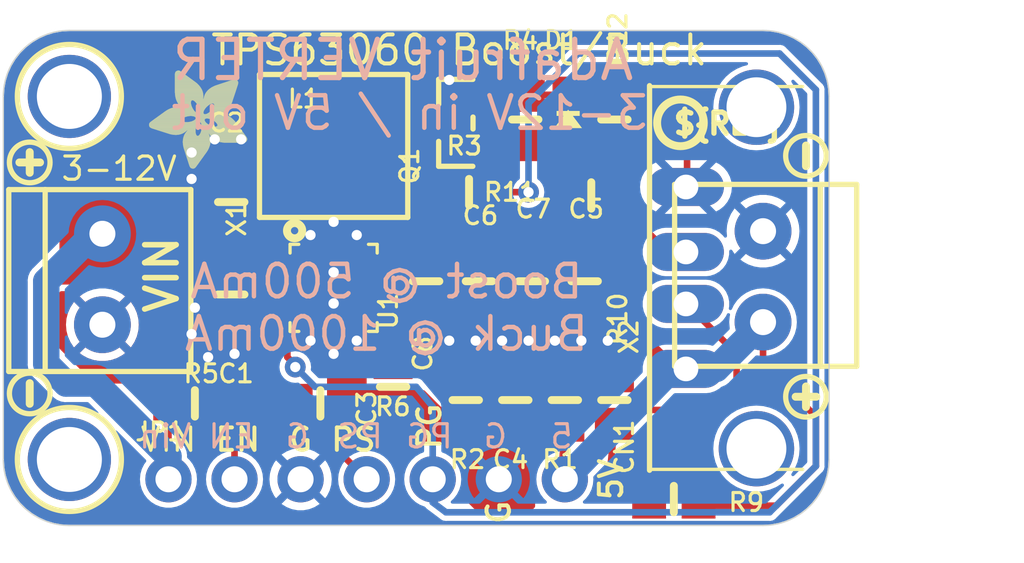
<source format=kicad_pcb>
(kicad_pcb (version 20221018) (generator pcbnew)
  (layers (0 "F.Cu" signal) (31 "B.Cu" signal) (34 "B.Paste" user) (35 "F.Paste" user) (36 "B.SilkS" user "B.Silkscreen") (37 "F.SilkS" user "F.Silkscreen") (38 "B.Mask" user) (39 "F.Mask" user) (44 "Edge.Cuts" user))
  (net 0 "")
  (net 1 "N$1")
  (net 2 "N$2")
  (net 3 "GND")
  (net 4 "VIN")
  (net 5 "N$3")
  (net 6 "N$5")
  (net 7 "PG")
  (net 8 "5.0V")
  (net 9 "N$4")
  (net 10 "N$6")
  (net 11 "ENABLE")
  (net 12 "D+")
  (net 13 "D-")
  (net 14 "PS")
  (footprint "working:0805-NO" (layer "F.Cu") (at 155.2321 101.8286 180)
    (fp_text reference "R11" (at 2.032 0.127) (layer "F.SilkS") (effects (font (size 0.692831 0.692831) (thickness 0.119969)) (justify right)))
    (fp_text value "75K 1%")
    (pad "1" smd rect (at -0.95 0 180) (size 1.3 1.5) (layers "F.Cu" "F.Paste" "F.Mask") (net 12 "D+"))
    (pad "2" smd rect (at 0.95 0 180) (size 1.3 1.5) (layers "F.Cu" "F.Paste" "F.Mask") (net 8 "5.0V"))
  )
  (footprint "working:0805-NO" (layer "F.Cu") (at 139.9921 109.8296)
    (fp_text reference "R5" (at -0.508 -1.143) (layer "F.SilkS") (effects (font (size 0.692831 0.692831) (thickness 0.119969)) (justify left)))
    (fp_text value "105K")
    (pad "1" smd rect (at -0.95 0) (size 1.3 1.5) (layers "F.Cu" "F.Paste" "F.Mask") (net 4 "VIN"))
    (pad "2" smd rect (at 0.95 0) (size 1.3 1.5) (layers "F.Cu" "F.Paste" "F.Mask") (net 11 "ENABLE"))
  )
  (footprint "working:SYMBOL_PLUS" (layer "F.Cu") (at 133.6421 100.5586 90)
    (fp_text reference "U$23" hide)
    (fp_text value "" hide)
  )
  (footprint "working:0805-NO" (layer "F.Cu") (at 156.1211 98.9076 90)
    (fp_text reference "R12" (at 2.032 0.127 90) (layer "F.SilkS") (effects (font (size 0.692831 0.692831) (thickness 0.119969)) (justify left)))
    (fp_text value "49.9K 1%")
    (pad "1" smd rect (at -0.95 0 90) (size 1.3 1.5) (layers "F.Cu" "F.Paste" "F.Mask") (net 12 "D+"))
    (pad "2" smd rect (at 0.95 0 90) (size 1.3 1.5) (layers "F.Cu" "F.Paste" "F.Mask") (net 3 "GND"))
  )
  (footprint "working:TERMBLOCK_1X2-3.5MM" (layer "F.Cu") (at 136.4361 105.0036 -90)
    (fp_text reference "X1" (at -3 -5.16 90) (layer "F.SilkS") (effects (font (size 0.692831 0.692831) (thickness 0.119969)) (justify right)))
    (fp_text value "")
    (pad "1" thru_hole circle (at 1.8 0 270) (size 2.1844 2.1844) (drill 1) (layers "*.Cu" "*.Mask") (net 3 "GND"))
    (pad "2" thru_hole circle (at -1.7 0 270) (size 2.1844 2.1844) (drill 1) (layers "*.Cu" "*.Mask") (net 4 "VIN"))
  )
  (footprint "working:0805-NO" (layer "F.Cu") (at 154.9781 105.1306 -90)
    (fp_text reference "C5" (at -2.7813 0.6985) (layer "F.SilkS") (effects (font (size 0.692831 0.692831) (thickness 0.119969)) (justify left)))
    (fp_text value "22uF/10V X5R")
    (pad "1" smd rect (at -0.95 0 270) (size 1.3 1.5) (layers "F.Cu" "F.Paste" "F.Mask") (net 8 "5.0V"))
    (pad "2" smd rect (at 0.95 0 270) (size 1.3 1.5) (layers "F.Cu" "F.Paste" "F.Mask") (net 3 "GND"))
  )
  (footprint "working:0805-NO" (layer "F.Cu") (at 152.3111 109.7026 -90)
    (fp_text reference "C4" (at 2.286 -0.5715) (layer "F.SilkS") (effects (font (size 0.692831 0.692831) (thickness 0.119969)) (justify right)))
    (fp_text value "10pF")
    (pad "1" smd rect (at -0.95 0 270) (size 1.3 1.5) (layers "F.Cu" "F.Paste" "F.Mask") (net 6 "N$5"))
    (pad "2" smd rect (at 0.95 0 270) (size 1.3 1.5) (layers "F.Cu" "F.Paste" "F.Mask") (net 3 "GND"))
  )
  (footprint "working:0805-NO" (layer "F.Cu") (at 150.5331 101.7016 180)
    (fp_text reference "R3" (at -0.5715 1.778) (layer "F.SilkS") (effects (font (size 0.692831 0.692831) (thickness 0.119969)) (justify right)))
    (fp_text value "1M")
    (pad "1" smd rect (at -0.95 0 180) (size 1.3 1.5) (layers "F.Cu" "F.Paste" "F.Mask") (net 7 "PG"))
    (pad "2" smd rect (at 0.95 0 180) (size 1.3 1.5) (layers "F.Cu" "F.Paste" "F.Mask") (net 8 "5.0V"))
  )
  (footprint "working:USB_HOST-PTH" (layer "F.Cu") (at 165.3921 105.0036 90)
    (fp_text reference "CN1" (at -7.62 -8.89 90) (layer "F.SilkS") (effects (font (size 0.692831 0.692831) (thickness 0.119969)) (justify left)))
    (fp_text value "USBA_FEMALE")
    (pad "D+" thru_hole oval (at 1 -6.52 180) (size 2.916 1.458) (drill 0.95) (layers "*.Cu" "*.Mask") (net 12 "D+"))
    (pad "D-" thru_hole oval (at -1 -6.52 180) (size 2.916 1.458) (drill 0.95) (layers "*.Cu" "*.Mask") (net 13 "D-"))
    (pad "GND" thru_hole oval (at 3.5 -6.52 180) (size 2.916 1.458) (drill 0.95) (layers "*.Cu" "*.Mask") (net 3 "GND"))
    (pad "S1" thru_hole circle (at -6.57 -3.81 90) (size 2.9 2.9) (drill 2.3) (layers "*.Cu" "*.Mask"))
    (pad "S2" thru_hole circle (at 6.57 -3.81 270) (size 2.9 2.9) (drill 2.3) (layers "*.Cu" "*.Mask"))
    (pad "VBUS" thru_hole oval (at -3.5 -6.52 180) (size 2.916 1.458) (drill 0.95) (layers "*.Cu" "*.Mask") (net 8 "5.0V"))
  )
  (footprint "working:0805-NO" (layer "F.Cu") (at 144.8181 109.8296)
    (fp_text reference "R6" (at 2.032 0.127) (layer "F.SilkS") (effects (font (size 0.692831 0.692831) (thickness 0.119969)) (justify left)))
    (fp_text value "105K")
    (pad "1" smd rect (at -0.95 0) (size 1.3 1.5) (layers "F.Cu" "F.Paste" "F.Mask") (net 14 "PS"))
    (pad "2" smd rect (at 0.95 0) (size 1.3 1.5) (layers "F.Cu" "F.Paste" "F.Mask") (net 3 "GND"))
  )
  (footprint "working:0805-NO" (layer "F.Cu") (at 148.8821 105.1306 -90)
    (fp_text reference "C8" (at 2.032 0.127 90) (layer "F.SilkS") (effects (font (size 0.692831 0.692831) (thickness 0.119969)) (justify right)))
    (fp_text value "1uF/10V X5R")
    (pad "1" smd rect (at -0.95 0 270) (size 1.3 1.5) (layers "F.Cu" "F.Paste" "F.Mask") (net 8 "5.0V"))
    (pad "2" smd rect (at 0.95 0 270) (size 1.3 1.5) (layers "F.Cu" "F.Paste" "F.Mask") (net 3 "GND"))
  )
  (footprint "working:CHIPLED_0805_NOOUTLINE" (layer "F.Cu") (at 154.3431 98.9076)
    (fp_text reference "D1" (at 0.508 -3.048) (layer "F.SilkS") (effects (font (size 0.692831 0.692831) (thickness 0.119969)) (justify right)))
    (fp_text value "GREEN")
    (pad "A" smd rect (at 0 1.05) (size 1.2 1.2) (layers "F.Cu" "F.Paste" "F.Mask") (net 8 "5.0V"))
    (pad "C" smd rect (at 0 -1.05) (size 1.2 1.2) (layers "F.Cu" "F.Paste" "F.Mask") (net 9 "N$4"))
  )
  (footprint "working:0805-NO" (layer "F.Cu") (at 158.4071 113.5126)
    (fp_text reference "R9" (at 2.032 0.127) (layer "F.SilkS") (effects (font (size 0.692831 0.692831) (thickness 0.119969)) (justify left)))
    (fp_text value "75K 1%")
    (pad "1" smd rect (at -0.95 0) (size 1.3 1.5) (layers "F.Cu" "F.Paste" "F.Mask") (net 13 "D-"))
    (pad "2" smd rect (at 0.95 0) (size 1.3 1.5) (layers "F.Cu" "F.Paste" "F.Mask") (net 8 "5.0V"))
  )
  (footprint "working:0805-NO" (layer "F.Cu") (at 156.1211 109.7026 90)
    (fp_text reference "R10" (at 2.032 0.127 90) (layer "F.SilkS") (effects (font (size 0.692831 0.692831) (thickness 0.119969)) (justify left)))
    (fp_text value "49.9K 1%")
    (pad "1" smd rect (at -0.95 0 90) (size 1.3 1.5) (layers "F.Cu" "F.Paste" "F.Mask") (net 13 "D-"))
    (pad "2" smd rect (at 0.95 0 90) (size 1.3 1.5) (layers "F.Cu" "F.Paste" "F.Mask") (net 3 "GND"))
  )
  (footprint "working:MOUNTINGHOLE_2.5_PLATED" (layer "F.Cu") (at 135.1661 111.9886)
    (fp_text reference "U$15" hide)
    (fp_text value "MOUNTINGHOLE2.5" hide)
    (pad "P$1" thru_hole circle (at 0 0) (size 3.2 3.2) (drill 2.5) (layers "*.Cu" "*.Mask"))
    (zone (net 0) (net_name "") (layer "F.Cu") (connect_pads (clearance 0)) (min_thickness 0.25)
      (keepout (tracks not_allowed) (vias not_allowed) (pads not_allowed) (copperpour not_allowed) (footprints allowed))
      (fill (thermal_gap 0.5) (thermal_bridge_width 0.5))
      (polygon (pts (xy 137.1821 111.9886) (xy 137.16248 111.708027) (xy 137.104004 111.432915) (xy 137.007808 111.168619) (xy 136.875765 110.920283) (xy 136.710446 110.69274) (xy 136.515067 110.49042) (xy 136.293433 110.31726) (xy 136.049856 110.176631) (xy 135.789078 110.07127) (xy 135.516175 110.003228) (xy 135.236457 109.973828) (xy 134.955371 109.983644) (xy 134.678385 110.032484) (xy 134.410893 110.119397) (xy 134.1581 110.242693) (xy 133.924926 110.39997) (xy 133.715911 110.588169) (xy 133.535122 110.803625) (xy 133.386078 111.042145) (xy 133.27168 111.299087) (xy 133.194154 111.56945) (xy 133.155011 111.847971) (xy 133.155011 112.129229) (xy 133.194154 112.40775) (xy 133.27168 112.678113) (xy 133.386078 112.935055) (xy 133.535122 113.173575) (xy 133.715911 113.389031) (xy 133.924926 113.57723) (xy 134.1581 113.734507) (xy 134.410893 113.857803) (xy 134.678385 113.944716) (xy 134.955371 113.993556) (xy 135.236457 114.003372) (xy 135.516175 113.973972) (xy 135.789078 113.90593) (xy 136.049856 113.800569) (xy 136.293433 113.65994) (xy 136.515067 113.48678) (xy 136.710446 113.28446) (xy 136.875765 113.056917) (xy 137.007808 112.808581) (xy 137.104004 112.544285) (xy 137.16248 112.269173)))
      (polygon (pts (xy 135.1501 111.9886) (xy 135.154786 111.999914) (xy 135.1661 112.0046) (xy 135.177414 111.999914) (xy 135.1821 111.9886) (xy 135.177414 111.977286) (xy 135.1661 111.9726) (xy 135.154786 111.977286)))
    )
    (zone (net 0) (net_name "") (layer "B.Cu") (connect_pads (clearance 0)) (min_thickness 0.25)
      (keepout (tracks not_allowed) (vias not_allowed) (pads not_allowed) (copperpour not_allowed) (footprints allowed))
      (fill (thermal_gap 0.5) (thermal_bridge_width 0.5))
      (polygon (pts (xy 137.1821 111.9886) (xy 137.16248 111.708027) (xy 137.104004 111.432915) (xy 137.007808 111.168619) (xy 136.875765 110.920283) (xy 136.710446 110.69274) (xy 136.515067 110.49042) (xy 136.293433 110.31726) (xy 136.049856 110.176631) (xy 135.789078 110.07127) (xy 135.516175 110.003228) (xy 135.236457 109.973828) (xy 134.955371 109.983644) (xy 134.678385 110.032484) (xy 134.410893 110.119397) (xy 134.1581 110.242693) (xy 133.924926 110.39997) (xy 133.715911 110.588169) (xy 133.535122 110.803625) (xy 133.386078 111.042145) (xy 133.27168 111.299087) (xy 133.194154 111.56945) (xy 133.155011 111.847971) (xy 133.155011 112.129229) (xy 133.194154 112.40775) (xy 133.27168 112.678113) (xy 133.386078 112.935055) (xy 133.535122 113.173575) (xy 133.715911 113.389031) (xy 133.924926 113.57723) (xy 134.1581 113.734507) (xy 134.410893 113.857803) (xy 134.678385 113.944716) (xy 134.955371 113.993556) (xy 135.236457 114.003372) (xy 135.516175 113.973972) (xy 135.789078 113.90593) (xy 136.049856 113.800569) (xy 136.293433 113.65994) (xy 136.515067 113.48678) (xy 136.710446 113.28446) (xy 136.875765 113.056917) (xy 137.007808 112.808581) (xy 137.104004 112.544285) (xy 137.16248 112.269173)))
      (polygon (pts (xy 135.1501 111.9886) (xy 135.154786 111.999914) (xy 135.1661 112.0046) (xy 135.177414 111.999914) (xy 135.1821 111.9886) (xy 135.177414 111.977286) (xy 135.1661 111.9726) (xy 135.154786 111.977286)))
    )
  )
  (footprint "working:PCBFEAT-REV-040" (layer "F.Cu") (at 158.6611 99.0346)
    (fp_text reference "U$38" hide)
    (fp_text value "" hide)
    (fp_text user "${REV}" (at -0.3556 0.508) (layer "F.SilkS") (effects (font (size 0.8128 0.8128) (thickness 0.2032)) (justify left bottom)))
  )
  (footprint "working:SYMBOL_PLUS" (layer "F.Cu") (at 163.4871 109.5756 90)
    (fp_text reference "U$22" hide)
    (fp_text value "" hide)
  )
  (footprint "working:0805-NO" (layer "F.Cu") (at 141.3891 102.0826 90)
    (fp_text reference "C2" (at 3.048 0.5715) (layer "F.SilkS") (effects (font (size 0.692831 0.692831) (thickness 0.119969)) (justify right)))
    (fp_text value "10uF/16V X5R")
    (pad "1" smd rect (at -0.95 0 90) (size 1.3 1.5) (layers "F.Cu" "F.Paste" "F.Mask") (net 4 "VIN"))
    (pad "2" smd rect (at 0.95 0 90) (size 1.3 1.5) (layers "F.Cu" "F.Paste" "F.Mask") (net 3 "GND"))
  )
  (footprint "working:SOT23-WIDE" (layer "F.Cu") (at 150.0251 99.0346 90)
    (fp_text reference "Q1" (at -0.889 -1.778 90) (layer "F.SilkS") (effects (font (size 0.692831 0.692831) (thickness 0.119969)) (justify right)))
    (fp_text value "BSS138")
    (pad "1" smd rect (at -0.95 1 90) (size 1 1.2) (layers "F.Cu" "F.Paste" "F.Mask") (net 7 "PG"))
    (pad "2" smd rect (at 0.95 1 90) (size 1 1.2) (layers "F.Cu" "F.Paste" "F.Mask") (net 3 "GND"))
    (pad "3" smd rect (at 0 -1 90) (size 1 1.2) (layers "F.Cu" "F.Paste" "F.Mask") (net 10 "N$6"))
  )
  (footprint "working:SYMBOL_MINUS" (layer "F.Cu") (at 163.4871 100.3046 90)
    (fp_text reference "U$24" hide)
    (fp_text value "" hide)
  )
  (footprint "working:FIDUCIAL_1MM" (layer "F.Cu") (at 138.2141 96.7486)
    (fp_text reference "FID2" hide)
    (fp_text value "FIDUCIAL\"\"" hide)
    (pad "1" smd roundrect (at 0 0) (size 1 1) (layers "F.Cu" "F.Mask") (roundrect_rratio 0.5))
  )
  (footprint "working:PWSON-N10" (layer "F.Cu") (at 145.3261 105.3846 -90)
    (fp_text reference "U1" (at 0.124 -2.1 90) (layer "F.SilkS") (effects (font (size 0.692831 0.692831) (thickness 0.119969)) (justify right)))
    (fp_text value "TPS63060")
    (pad "1" smd roundrect (at -1 1.475 270) (size 0.28 0.85) (layers "F.Cu" "F.Paste") (roundrect_rratio 0.5) (net 1 "N$1"))
    (pad "2" smd roundrect (at -0.5 1.475 270) (size 0.28 0.85) (layers "F.Cu" "F.Paste") (roundrect_rratio 0.5) (net 4 "VIN"))
    (pad "3" smd roundrect (at 0 1.475 270) (size 0.28 0.85) (layers "F.Cu" "F.Paste") (roundrect_rratio 0.5) (net 11 "ENABLE"))
    (pad "4" smd roundrect (at 0.5 1.475 270) (size 0.28 0.85) (layers "F.Cu" "F.Paste") (roundrect_rratio 0.5) (net 14 "PS"))
    (pad "5" smd roundrect (at 1 1.475 270) (size 0.28 0.85) (layers "F.Cu" "F.Paste") (roundrect_rratio 0.5) (net 7 "PG"))
    (pad "6" smd roundrect (at 1 -1.475 270) (size 0.28 0.85) (layers "F.Cu" "F.Paste") (roundrect_rratio 0.5) (net 5 "N$3"))
    (pad "7" smd roundrect (at 0.5 -1.475 270) (size 0.28 0.85) (layers "F.Cu" "F.Paste") (roundrect_rratio 0.5) (net 3 "GND"))
    (pad "8" smd roundrect (at 0 -1.475 270) (size 0.28 0.85) (layers "F.Cu" "F.Paste") (roundrect_rratio 0.5) (net 6 "N$5"))
    (pad "9" smd roundrect (at -0.5 -1.475 270) (size 0.28 0.85) (layers "F.Cu" "F.Paste") (roundrect_rratio 0.5) (net 8 "5.0V"))
    (pad "10" smd roundrect (at -1 -1.475 270) (size 0.28 0.85) (layers "F.Cu" "F.Paste") (roundrect_rratio 0.5) (net 2 "N$2"))
    (pad "THERMAL@1" smd rect (at 0 0 270) (size 2.15 1.66) (layers "F.Cu") (net 3 "GND"))
    (pad "THERMAL@5" thru_hole circle (at -0.6 0 270) (size 0.6 0.6) (drill 0.4) (layers "*.Cu") (net 3 "GND"))
    (pad "THERMAL@6" thru_hole circle (at 0.6 0 270) (size 0.6 0.6) (drill 0.4) (layers "*.Cu") (net 3 "GND"))
    (pad "THERMAL@7" smd rect (at 1.46 -0.6 270) (size 0.8 0.23) (layers "F.Cu" "F.Paste" "F.Mask") (net 3 "GND"))
    (pad "THERMAL@8" smd rect (at 1.46 -0.2 270) (size 0.8 0.23) (layers "F.Cu" "F.Paste" "F.Mask") (net 3 "GND"))
    (pad "THERMAL@9" smd rect (at 1.46 0.2 270) (size 0.8 0.23) (layers "F.Cu" "F.Paste" "F.Mask") (net 3 "GND"))
    (pad "THERMAL@10" smd rect (at 1.46 0.6 270) (size 0.8 0.23) (layers "F.Cu" "F.Paste" "F.Mask") (net 3 "GND"))
    (pad "THERMAL@11" smd rect (at -1.46 0.6 270) (size 0.8 0.23) (layers "F.Cu" "F.Paste" "F.Mask") (net 3 "GND"))
    (pad "THERMAL@12" smd rect (at -1.46 0.2 270) (size 0.8 0.23) (layers "F.Cu" "F.Paste" "F.Mask") (net 3 "GND"))
    (pad "THERMAL@13" smd rect (at -1.46 -0.2 270) (size 0.8 0.23) (layers "F.Cu" "F.Paste" "F.Mask") (net 3 "GND"))
    (pad "THERMAL@14" smd rect (at -1.46 -0.6 270) (size 0.8 0.23) (layers "F.Cu" "F.Paste" "F.Mask") (net 3 "GND"))
  )
  (footprint "working:SYMBOL_MINUS" (layer "F.Cu") (at 133.6421 109.4486 90)
    (fp_text reference "U$25" hide)
    (fp_text value "" hide)
  )
  (footprint "working:INDUCTOR_5X5MM_TDK_VLC5045" (layer "F.Cu") (at 145.3261 99.9236)
    (fp_text reference "L1" (at -1.83 -1.81) (layer "F.SilkS") (effects (font (size 0.692831 0.692831) (thickness 0.119969)) (justify left)))
    (fp_text value "NRS5030T1R0NMGJ ")
    (pad "P$1" smd rect (at -1.6 0) (size 2 5) (layers "F.Cu" "F.Paste" "F.Mask") (net 1 "N$1"))
    (pad "P$2" smd rect (at 1.6 0) (size 2 5) (layers "F.Cu" "F.Paste" "F.Mask") (net 2 "N$2"))
  )
  (footprint "working:0805-NO" (layer "F.Cu") (at 150.9141 105.1306 -90)
    (fp_text reference "C6" (at -2.5273 0.6985) (layer "F.SilkS") (effects (font (size 0.692831 0.692831) (thickness 0.119969)) (justify left)))
    (fp_text value "22uF/10V X5R")
    (pad "1" smd rect (at -0.95 0 270) (size 1.3 1.5) (layers "F.Cu" "F.Paste" "F.Mask") (net 8 "5.0V"))
    (pad "2" smd rect (at 0.95 0 270) (size 1.3 1.5) (layers "F.Cu" "F.Paste" "F.Mask") (net 3 "GND"))
  )
  (footprint "working:MOUNTINGHOLE_2.5_PLATED" (layer "F.Cu") (at 135.1661 98.0186)
    (fp_text reference "U$17" hide)
    (fp_text value "MOUNTINGHOLE2.5" hide)
    (pad "P$1" thru_hole circle (at 0 0) (size 3.2 3.2) (drill 2.5) (layers "*.Cu" "*.Mask"))
    (zone (net 0) (net_name "") (layer "F.Cu") (connect_pads (clearance 0)) (min_thickness 0.25)
      (keepout (tracks not_allowed) (vias not_allowed) (pads not_allowed) (copperpour not_allowed) (footprints allowed))
      (fill (thermal_gap 0.5) (thermal_bridge_width 0.5))
      (polygon (pts (xy 137.1821 98.0186) (xy 137.16248 97.738027) (xy 137.104004 97.462915) (xy 137.007808 97.198619) (xy 136.875765 96.950283) (xy 136.710446 96.72274) (xy 136.515067 96.52042) (xy 136.293433 96.34726) (xy 136.049856 96.206631) (xy 135.789078 96.10127) (xy 135.516175 96.033228) (xy 135.236457 96.003828) (xy 134.955371 96.013644) (xy 134.678385 96.062484) (xy 134.410893 96.149397) (xy 134.1581 96.272693) (xy 133.924926 96.42997) (xy 133.715911 96.618169) (xy 133.535122 96.833625) (xy 133.386078 97.072145) (xy 133.27168 97.329087) (xy 133.194154 97.59945) (xy 133.155011 97.877971) (xy 133.155011 98.159229) (xy 133.194154 98.43775) (xy 133.27168 98.708113) (xy 133.386078 98.965055) (xy 133.535122 99.203575) (xy 133.715911 99.419031) (xy 133.924926 99.60723) (xy 134.1581 99.764507) (xy 134.410893 99.887803) (xy 134.678385 99.974716) (xy 134.955371 100.023556) (xy 135.236457 100.033372) (xy 135.516175 100.003972) (xy 135.789078 99.93593) (xy 136.049856 99.830569) (xy 136.293433 99.68994) (xy 136.515067 99.51678) (xy 136.710446 99.31446) (xy 136.875765 99.086917) (xy 137.007808 98.838581) (xy 137.104004 98.574285) (xy 137.16248 98.299173)))
      (polygon (pts (xy 135.1501 98.0186) (xy 135.154786 98.029914) (xy 135.1661 98.0346) (xy 135.177414 98.029914) (xy 135.1821 98.0186) (xy 135.177414 98.007286) (xy 135.1661 98.0026) (xy 135.154786 98.007286)))
    )
    (zone (net 0) (net_name "") (layer "B.Cu") (connect_pads (clearance 0)) (min_thickness 0.25)
      (keepout (tracks not_allowed) (vias not_allowed) (pads not_allowed) (copperpour not_allowed) (footprints allowed))
      (fill (thermal_gap 0.5) (thermal_bridge_width 0.5))
      (polygon (pts (xy 137.1821 98.0186) (xy 137.16248 97.738027) (xy 137.104004 97.462915) (xy 137.007808 97.198619) (xy 136.875765 96.950283) (xy 136.710446 96.72274) (xy 136.515067 96.52042) (xy 136.293433 96.34726) (xy 136.049856 96.206631) (xy 135.789078 96.10127) (xy 135.516175 96.033228) (xy 135.236457 96.003828) (xy 134.955371 96.013644) (xy 134.678385 96.062484) (xy 134.410893 96.149397) (xy 134.1581 96.272693) (xy 133.924926 96.42997) (xy 133.715911 96.618169) (xy 133.535122 96.833625) (xy 133.386078 97.072145) (xy 133.27168 97.329087) (xy 133.194154 97.59945) (xy 133.155011 97.877971) (xy 133.155011 98.159229) (xy 133.194154 98.43775) (xy 133.27168 98.708113) (xy 133.386078 98.965055) (xy 133.535122 99.203575) (xy 133.715911 99.419031) (xy 133.924926 99.60723) (xy 134.1581 99.764507) (xy 134.410893 99.887803) (xy 134.678385 99.974716) (xy 134.955371 100.023556) (xy 135.236457 100.033372) (xy 135.516175 100.003972) (xy 135.789078 99.93593) (xy 136.049856 99.830569) (xy 136.293433 99.68994) (xy 136.515067 99.51678) (xy 136.710446 99.31446) (xy 136.875765 99.086917) (xy 137.007808 98.838581) (xy 137.104004 98.574285) (xy 137.16248 98.299173)))
      (polygon (pts (xy 135.1501 98.0186) (xy 135.154786 98.029914) (xy 135.1661 98.0346) (xy 135.177414 98.029914) (xy 135.1821 98.0186) (xy 135.177414 98.007286) (xy 135.1661 98.0026) (xy 135.154786 98.007286)))
    )
  )
  (footprint "working:0805-NO" (layer "F.Cu") (at 141.3891 105.6386 -90)
    (fp_text reference "C1" (at 3.048 0.5715) (layer "F.SilkS") (effects (font (size 0.692831 0.692831) (thickness 0.119969)) (justify left)))
    (fp_text value "10uF/16V X5R")
    (pad "1" smd rect (at -0.95 0 270) (size 1.3 1.5) (layers "F.Cu" "F.Paste" "F.Mask") (net 4 "VIN"))
    (pad "2" smd rect (at 0.95 0 270) (size 1.3 1.5) (layers "F.Cu" "F.Paste" "F.Mask") (net 3 "GND"))
  )
  (footprint "working:1X07_ROUND_70" (layer "F.Cu") (at 146.5961 112.7506)
    (fp_text reference "JP1" (at -8.9662 -1.8288) (layer "F.SilkS") (effects (font (size 0.692831 0.692831) (thickness 0.119969)) (justify left)))
    (fp_text value "")
    (pad "1" thru_hole circle (at -7.62 0 90) (size 1.778 1.778) (drill 1) (layers "*.Cu" "*.Mask") (net 4 "VIN"))
    (pad "2" thru_hole circle (at -5.08 0 90) (size 1.778 1.778) (drill 1) (layers "*.Cu" "*.Mask") (net 11 "ENABLE"))
    (pad "3" thru_hole circle (at -2.54 0 90) (size 1.778 1.778) (drill 1) (layers "*.Cu" "*.Mask") (net 3 "GND"))
    (pad "4" thru_hole circle (at 0 0 90) (size 1.778 1.778) (drill 1) (layers "*.Cu" "*.Mask") (net 14 "PS"))
    (pad "5" thru_hole circle (at 2.54 0 90) (size 1.778 1.778) (drill 1) (layers "*.Cu" "*.Mask") (net 7 "PG"))
    (pad "6" thru_hole circle (at 5.08 0 90) (size 1.778 1.778) (drill 1) (layers "*.Cu" "*.Mask") (net 3 "GND"))
    (pad "7" thru_hole circle (at 7.62 0 90) (size 1.778 1.778) (drill 1) (layers "*.Cu" "*.Mask") (net 8 "5.0V"))
  )
  (footprint "working:TERMBLOCK_1X2-3.5MM" (layer "F.Cu") (at 161.8361 105.0036 90)
    (fp_text reference "X2" (at -3 -5.16 90) (layer "F.SilkS") (effects (font (size 0.692831 0.692831) (thickness 0.119969)) (justify left)))
    (fp_text value "")
    (pad "1" thru_hole circle (at 1.8 0 90) (size 2.1844 2.1844) (drill 1) (layers "*.Cu" "*.Mask") (net 3 "GND"))
    (pad "2" thru_hole circle (at -1.7 0 90) (size 2.1844 2.1844) (drill 1) (layers "*.Cu" "*.Mask") (net 8 "5.0V"))
  )
  (footprint "working:0805-NO" (layer "F.Cu") (at 152.6921 98.9076 -90)
    (fp_text reference "R4" (at -3.048 -0.5715) (layer "F.SilkS") (effects (font (size 0.692831 0.692831) (thickness 0.119969)) (justify right)))
    (fp_text value "1K")
    (pad "1" smd rect (at -0.95 0 270) (size 1.3 1.5) (layers "F.Cu" "F.Paste" "F.Mask") (net 9 "N$4"))
    (pad "2" smd rect (at 0.95 0 270) (size 1.3 1.5) (layers "F.Cu" "F.Paste" "F.Mask") (net 10 "N$6"))
  )
  (footprint "working:FIDUCIAL_1MM" (layer "F.Cu") (at 158.6611 111.2266)
    (fp_text reference "FID1" hide)
    (fp_text value "FIDUCIAL\"\"" hide)
    (pad "1" smd roundrect (at 0 0) (size 1 1) (layers "F.Cu" "F.Mask") (roundrect_rratio 0.5))
  )
  (footprint "working:0805-NO" (layer "F.Cu") (at 152.9461 105.1306 -90)
    (fp_text reference "C7" (at -2.7813 0.6985) (layer "F.SilkS") (effects (font (size 0.692831 0.692831) (thickness 0.119969)) (justify left)))
    (fp_text value "22uF/10V X5R")
    (pad "1" smd rect (at -0.95 0 270) (size 1.3 1.5) (layers "F.Cu" "F.Paste" "F.Mask") (net 8 "5.0V"))
    (pad "2" smd rect (at 0.95 0 270) (size 1.3 1.5) (layers "F.Cu" "F.Paste" "F.Mask") (net 3 "GND"))
  )
  (footprint "working:ADAFRUIT_3.5MM" (layer "F.Cu") (at 142.0241 97.0026 180)
    (fp_text reference "U$27" hide)
    (fp_text value "" hide)
  )
  (footprint "working:0805-NO" (layer "F.Cu") (at 147.6121 109.1946 -90)
    (fp_text reference "C3" (at 1.5875 1.016 90) (layer "F.SilkS") (effects (font (size 0.692831 0.692831) (thickness 0.119969)) (justify left)))
    (fp_text value "0.1uF")
    (pad "1" smd rect (at -0.95 0 270) (size 1.3 1.5) (layers "F.Cu" "F.Paste" "F.Mask") (net 5 "N$3"))
    (pad "2" smd rect (at 0.95 0 270) (size 1.3 1.5) (layers "F.Cu" "F.Paste" "F.Mask") (net 3 "GND"))
  )
  (footprint "working:0805-NO" (layer "F.Cu") (at 150.4061 109.7026 90)
    (fp_text reference "R2" (at -2.286 0.8255) (layer "F.SilkS") (effects (font (size 0.692831 0.692831) (thickness 0.119969)) (justify right)))
    (fp_text value "105K")
    (pad "1" smd rect (at -0.95 0 90) (size 1.3 1.5) (layers "F.Cu" "F.Paste" "F.Mask") (net 3 "GND"))
    (pad "2" smd rect (at 0.95 0 90) (size 1.3 1.5) (layers "F.Cu" "F.Paste" "F.Mask") (net 6 "N$5"))
  )
  (footprint "working:0805-NO" (layer "F.Cu") (at 154.2161 109.7026 -90)
    (fp_text reference "R1" (at 2.286 -0.5715) (layer "F.SilkS") (effects (font (size 0.692831 0.692831) (thickness 0.119969)) (justify right)))
    (fp_text value "1M")
    (pad "1" smd rect (at -0.95 0 270) (size 1.3 1.5) (layers "F.Cu" "F.Paste" "F.Mask") (net 6 "N$5"))
    (pad "2" smd rect (at 0.95 0 270) (size 1.3 1.5) (layers "F.Cu" "F.Paste" "F.Mask") (net 8 "5.0V"))
  )
  (footprint "working:VERTERLOGO" (layer "B.Cu") (at 157.1371 103.9876 180)
    (fp_text reference "U$37" hide)
    (fp_text value "" hide)
  )
  (gr_arc (start 161.8361 95.4786) (mid 163.632151 96.222549) (end 164.3761 98.0186) (stroke (width 0.05)) (layer "Edge.Cuts"))
  (gr_line (start 161.8361 114.5286) (end 135.1661 114.5286) (stroke (width 0.05)) (layer "Edge.Cuts"))
  (gr_arc (start 135.1661 114.5286) (mid 133.370049 113.784651) (end 132.6261 111.9886) (stroke (width 0.05)) (layer "Edge.Cuts"))
  (gr_arc (start 164.3761 111.9886) (mid 163.632151 113.784651) (end 161.8361 114.5286) (stroke (width 0.05)) (layer "Edge.Cuts"))
  (gr_line (start 164.3761 98.0186) (end 164.3761 111.9886) (stroke (width 0.05)) (layer "Edge.Cuts"))
  (gr_line (start 135.1661 95.4786) (end 161.8361 95.4786) (stroke (width 0.05)) (layer "Edge.Cuts"))
  (gr_line (start 132.6261 111.9886) (end 132.6261 98.0186) (stroke (width 0.05)) (layer "Edge.Cuts"))
  (gr_arc (start 132.6261 98.0186) (mid 133.370049 96.222549) (end 135.1661 95.4786) (stroke (width 0.05)) (layer "Edge.Cuts"))
  (gr_text "EN" (at 141.3891 111.0996) (layer "B.SilkS") (effects (font (size 0.89408 0.89408) (thickness 0.12192)) (justify mirror)))
  (gr_text "3-12V in / 5V out" (at 148.2471 98.6536) (layer "B.SilkS") (effects (font (size 1.251712 1.251712) (thickness 0.170688)) (justify mirror)))
  (gr_text "G" (at 143.9291 111.0996) (layer "B.SilkS") (effects (font (size 0.89408 0.89408) (thickness 0.12192)) (justify mirror)))
  (gr_text "G" (at 151.5491 111.0996) (layer "B.SilkS") (effects (font (size 0.89408 0.89408) (thickness 0.12192)) (justify mirror)))
  (gr_text "5" (at 154.0891 111.0996) (layer "B.SilkS") (effects (font (size 0.89408 0.89408) (thickness 0.12192)) (justify mirror)))
  (gr_text "Adafruit VERTER" (at 147.9931 96.6216) (layer "B.SilkS") (effects (font (size 1.475232 1.475232) (thickness 0.201168)) (justify mirror)))
  (gr_text "PG" (at 149.0091 111.0996) (layer "B.SilkS") (effects (font (size 0.89408 0.89408) (thickness 0.12192)) (justify mirror)))
  (gr_text "Vin" (at 138.8491 111.0996) (layer "B.SilkS") (effects (font (size 0.89408 0.89408) (thickness 0.12192)) (justify mirror)))
  (gr_text "Boost @ 500mA\nBuck @ 1000mA" (at 147.3581 106.1466) (layer "B.SilkS") (effects (font (size 1.251712 1.251712) (thickness 0.170688)) (justify mirror)))
  (gr_text "PS" (at 146.3421 111.0996) (layer "B.SilkS") (effects (font (size 0.89408 0.89408) (thickness 0.12192)) (justify mirror)))
  (gr_text "EN" (at 141.6431 111.2266) (layer "F.SilkS") (effects (font (size 0.8636 0.8636) (thickness 0.1524))))
  (gr_text "VIN" (at 138.9761 111.2266) (layer "F.SilkS") (effects (font (size 0.89408 0.89408) (thickness 0.12192))))
  (gr_text "G" (at 151.6761 114.0206 90) (layer "F.SilkS") (effects (font (size 0.8636 0.8636) (thickness 0.1524))))
  (gr_text "PG" (at 149.0091 110.7186 90) (layer "F.SilkS") (effects (font (size 0.8636 0.8636) (thickness 0.1524))))
  (gr_text "G" (at 144.0561 111.2266) (layer "F.SilkS") (effects (font (size 0.8636 0.8636) (thickness 0.1524))))
  (gr_text "5V" (at 155.9941 112.7506 90) (layer "F.SilkS") (effects (font (size 0.8636 0.8636) (thickness 0.1524))))
  (gr_text "TPS63060 Boost/Buck" (at 150.1521 96.2406) (layer "F.SilkS") (effects (font (size 1.1176 1.1176) (thickness 0.1524))))
  (gr_text "PS" (at 146.0881 111.2266) (layer "F.SilkS") (effects (font (size 0.8636 0.8636) (thickness 0.1524))))
  (gr_text "3-12V" (at 134.7851 101.3206) (layer "F.SilkS") (effects (font (size 0.89408 0.89408) (thickness 0.12192)) (justify left bottom)))
  (gr_text "VIN" (at 138.7221 104.8766 90) (layer "F.SilkS") (effects (font (size 1.20904 1.20904) (thickness 0.21336))))
  (segment (start 156.1211 97.9576) (end 157.5841 97.9576) (width 0.254) (layer "F.Cu") (net 3))
  (segment (start 145.5261 103.9246) (end 145.5261 103.0446) (width 0.254) (layer "F.Cu") (net 3))
  (segment (start 157.5841 97.9576) (end 158.9151 99.2886) (width 0.254) (layer "F.Cu") (net 3))
  (segment (start 145.9261 106.8446) (end 145.9261 107.3246) (width 0.254) (layer "F.Cu") (net 3))
  (segment (start 145.9261 103.4446) (end 145.3261 102.8446) (width 0.254) (layer "F.Cu") (net 3))
  (segment (start 145.1261 106.8446) (end 145.1261 107.7246) (width 0.254) (layer "F.Cu") (net 3))
  (segment (start 145.1261 103.0446) (end 145.3261 102.8446) (width 0.254) (layer "F.Cu") (net 3))
  (segment (start 158.9151 99.2886) (end 158.9151 101.4606) (width 0.254) (layer "F.Cu") (net 3))
  (segment (start 158.9151 101.4606) (end 158.8721 101.5036) (width 0.254) (layer "F.Cu") (net 3))
  (segment (start 145.5261 106.8446) (end 145.5261 106.1846) (width 0.254) (layer "F.Cu") (net 3))
  (segment (start 147.6121 110.1446) (end 150.4061 110.6526) (width 0.254) (layer "F.Cu") (net 3))
  (segment (start 151.0251 98.0846) (end 150.4721 98.0846) (width 0.254) (layer "F.Cu") (net 3))
  (segment (start 145.9261 107.3246) (end 145.3261 107.9246) (width 0.254) (layer "F.Cu") (net 3))
  (segment (start 145.3261 105.8846) (end 145.3261 105.9846) (width 0.254) (layer "F.Cu") (net 3))
  (segment (start 144.7261 103.9246) (end 144.7261 103.4446) (width 0.254) (layer "F.Cu") (net 3))
  (segment (start 150.4061 110.6526) (end 152.3111 110.6526) (width 0.254) (layer "F.Cu") (net 3))
  (segment (start 155.9941 107.6706) (end 155.8671 107.4166) (width 0.254) (layer "F.Cu") (net 3))
  (segment (start 145.1261 103.9246) (end 145.1261 104.5846) (width 0.254) (layer "F.Cu") (net 3))
  (segment (start 156.1211 108.7526) (end 155.9941 107.6706) (width 0.254) (layer "F.Cu") (net 3))
  (segment (start 145.5261 107.7246) (end 145.3261 107.9246) (width 0.254) (layer "F.Cu") (net 3))
  (segment (start 145.5261 106.1846) (end 145.3261 105.9846) (width 0.254) (layer "F.Cu") (net 3))
  (segment (start 144.7261 103.4446) (end 145.3261 102.8446) (width 0.254) (layer "F.Cu") (net 3))
  (segment (start 145.1261 107.7246) (end 145.3261 107.9246) (width 0.254) (layer "F.Cu") (net 3))
  (segment (start 145.1261 104.5846) (end 145.3261 104.7846) (width 0.254) (layer "F.Cu") (net 3))
  (segment (start 145.9261 103.9246) (end 145.9261 103.4446) (width 0.254) (layer "F.Cu") (net 3))
  (segment (start 145.3261 104.7846) (end 145.3261 105.3846) (width 0.254) (layer "F.Cu") (net 3))
  (segment (start 144.7261 107.3246) (end 145.3261 107.9246) (width 0.254) (layer "F.Cu") (net 3))
  (segment (start 145.1261 103.9246) (end 145.1261 103.0446) (width 0.254) (layer "F.Cu") (net 3))
  (segment (start 145.5261 106.8446) (end 145.5261 107.7246) (width 0.254) (layer "F.Cu") (net 3))
  (segment (start 145.5261 103.0446) (end 145.3261 102.8446) (width 0.254) (layer "F.Cu") (net 3))
  (segment (start 150.4721 98.0846) (end 149.7711 97.3836) (width 0.254) (layer "F.Cu") (net 3))
  (segment (start 144.7261 106.8446) (end 144.7261 107.3246) (width 0.254) (layer "F.Cu") (net 3))
  (segment (start 146.8011 105.8846) (end 145.3261 105.8846) (width 0.254) (layer "F.Cu") (net 3))
  (via (at 139.9921 106.1466) (size 0.8001) (drill 0.3937) (layers "F.Cu" "B.Cu") (net 3))
  (via (at 139.8651 107.1626) (size 0.8001) (drill 0.3937) (layers "F.Cu" "B.Cu") (net 3))
  (via (at 146.2151 107.4166) (size 0.8001) (drill 0.3937) (layers "F.Cu" "B.Cu") (net 3))
  (via (at 149.7711 97.3836) (size 0.8001) (drill 0.3937) (layers "F.Cu" "B.Cu") (net 3))
  (via (at 153.8351 107.4166) (size 0.8001) (drill 0.3937) (layers "F.Cu" "B.Cu") (net 3))
  (via (at 152.8191 107.4166) (size 0.8001) (drill 0.3937) (layers "F.Cu" "B.Cu") (net 3))
  (via (at 140.5001 108.0516) (size 0.8001) (drill 0.3937) (layers "F.Cu" "B.Cu") (net 3))
  (via (at 146.2151 103.3526) (size 0.8001) (drill 0.3937) (layers "F.Cu" "B.Cu") (net 3))
  (via (at 141.5161 107.9246) (size 0.8001) (drill 0.3937) (layers "F.Cu" "B.Cu") (net 3))
  (via (at 145.3261 107.9246) (size 0.8001) (drill 0.3937) (layers "F.Cu" "B.Cu") (net 3))
  (via (at 145.3261 102.8446) (size 0.8001) (drill 0.3937) (layers "F.Cu" "B.Cu") (net 3))
  (via (at 140.7541 99.6696) (size 0.8001) (drill 0.3937) (layers "F.Cu" "B.Cu") (net 3))
  (via (at 151.8031 107.4166) (size 0.8001) (drill 0.3937) (layers "F.Cu" "B.Cu") (net 3))
  (via (at 144.4371 103.3526) (size 0.8001) (drill 0.3937) (layers "F.Cu" "B.Cu") (net 3))
  (via (at 149.7711 107.4166) (size 0.8001) (drill 0.3937) (layers "F.Cu" "B.Cu") (net 3))
  (via (at 150.7871 107.4166) (size 0.8001) (drill 0.3937) (layers "F.Cu" "B.Cu") (net 3))
  (via (at 154.8511 107.4166) (size 0.8001) (drill 0.3937) (layers "F.Cu" "B.Cu") (net 3))
  (via (at 141.7701 99.6696) (size 0.8001) (drill 0.3937) (layers "F.Cu" "B.Cu") (net 3))
  (via (at 144.4371 107.4166) (size 0.8001) (drill 0.3937) (layers "F.Cu" "B.Cu") (net 3))
  (via (at 139.8651 101.1936) (size 0.8001) (drill 0.3937) (layers "F.Cu" "B.Cu") (net 3))
  (via (at 139.8651 100.1776) (size 0.8001) (drill 0.3937) (layers "F.Cu" "B.Cu") (net 3))
  (via (at 155.8671 107.4166) (size 0.8001) (drill 0.3937) (layers "F.Cu" "B.Cu") (net 3))
  (segment (start 149.7711 97.3836) (end 149.3901 97.3836) (width 0.254) (layer "B.Cu") (net 3))
  (segment (start 139.0421 109.8296) (end 138.9761 109.8956) (width 0.254) (layer "F.Cu") (net 4))
  (segment (start 141.7701 104.8846) (end 141.3891 104.6886) (width 0.254) (layer "F.Cu") (net 4))
  (segment (start 138.9761 109.8956) (end 138.9761 112.7506) (width 0.254) (layer "F.Cu") (net 4))
  (segment (start 143.8511 104.8846) (end 141.7701 104.8846) (width 0.254) (layer "F.Cu") (net 4))
  (segment (start 135.0391 109.0676) (end 134.2771 108.3056) (width 1.016) (layer "B.Cu") (net 4))
  (segment (start 134.2771 105.1306) (end 136.1041 103.3036) (width 1.016) (layer "B.Cu") (net 4))
  (segment (start 136.1041 103.3036) (end 136.4361 103.3036) (width 1.016) (layer "B.Cu") (net 4))
  (segment (start 134.2771 108.3056) (end 134.2771 105.1306) (width 1.016) (layer "B.Cu") (net 4))
  (segment (start 138.9761 112.7506) (end 138.9761 111.8616) (width 1.016) (layer "B.Cu") (net 4))
  (segment (start 138.9761 111.8616) (end 136.1821 109.0676) (width 1.016) (layer "B.Cu") (net 4))
  (segment (start 136.1821 109.0676) (end 135.0391 109.0676) (width 1.016) (layer "B.Cu") (net 4))
  (segment (start 147.6121 108.2446) (end 147.0551 107.1796) (width 0.254) (layer "F.Cu") (net 5))
  (segment (start 147.0551 107.1796) (end 146.8011 106.3846) (width 0.254) (layer "F.Cu") (net 5))
  (segment (start 149.2021 108.7526) (end 150.4061 108.7526) (width 0.254) (layer "F.Cu") (net 6))
  (segment (start 148.8821 108.4326) (end 149.2021 108.7526) (width 0.254) (layer "F.Cu") (net 6))
  (segment (start 147.7391 107.1626) (end 148.6281 107.1626) (width 0.254) (layer "F.Cu") (net 6))
  (segment (start 146.8011 105.3846) (end 147.6121 105.3846) (width 0.254) (layer "F.Cu") (net 6))
  (segment (start 148.8821 107.4166) (end 148.8821 108.4326) (width 0.254) (layer "F.Cu") (net 6))
  (segment (start 150.4061 108.7526) (end 152.3111 108.7526) (width 0.254) (layer "F.Cu") (net 6))
  (segment (start 148.6281 107.1626) (end 148.8821 107.4166) (width 0.254) (layer "F.Cu") (net 6))
  (segment (start 147.6121 107.0356) (end 147.7391 107.1626) (width 0.254) (layer "F.Cu") (net 6))
  (segment (start 152.3111 108.7526) (end 154.2161 108.7526) (width 0.254) (layer "F.Cu") (net 6))
  (segment (start 147.6121 105.3846) (end 147.6121 107.0356) (width 0.254) (layer "F.Cu") (net 6))
  (segment (start 151.4831 101.7016) (end 152.8191 101.7016) (width 0.254) (layer "F.Cu") (net 7))
  (segment (start 143.8511 106.4786) (end 143.5481 106.7816) (width 0.254) (layer "F.Cu") (net 7))
  (segment (start 143.8511 106.3846) (end 143.8511 106.4786) (width 0.254) (layer "F.Cu") (net 7))
  (segment (start 151.4831 100.4426) (end 151.0251 99.9846) (width 0.254) (layer "F.Cu") (net 7))
  (segment (start 143.6751 108.1786) (end 143.8511 108.4326) (width 0.254) (layer "F.Cu") (net 7))
  (segment (start 143.5481 108.0516) (end 143.6751 108.1786) (width 0.254) (layer "F.Cu") (net 7))
  (segment (start 151.4831 101.7016) (end 151.4831 100.4426) (width 0.254) (layer "F.Cu") (net 7))
  (segment (start 143.5481 106.7816) (end 143.5481 108.0516) (width 0.254) (layer "F.Cu") (net 7))
  (via (at 152.8191 101.7016) (size 0.8001) (drill 0.3937) (layers "F.Cu" "B.Cu") (net 7))
  (via (at 143.8511 108.4326) (size 0.8001) (drill 0.3937) (layers "F.Cu" "B.Cu") (net 7))
  (segment (start 152.8191 101.7016) (end 152.8191 98.2726) (width 0.254) (layer "B.Cu") (net 7))
  (segment (start 149.6441 114.0206) (end 149.1361 113.6396) (width 0.254) (layer "B.Cu") (net 7))
  (segment (start 149.1361 109.9566) (end 148.5011 109.1946) (width 0.254) (layer "B.Cu") (net 7))
  (segment (start 163.8681 97.7646) (end 162.4711 96.3676) (width 0.254) (layer "B.Cu") (net 7))
  (segment (start 144.6131 109.1946) (end 143.8511 108.4326) (width 0.254) (layer "B.Cu") (net 7))
  (segment (start 149.1361 112.7506) (end 149.1361 109.9566) (width 0.254) (layer "B.Cu") (net 7))
  (segment (start 163.8681 97.7646) (end 163.8681 112.2426) (width 0.254) (layer "B.Cu") (net 7))
  (segment (start 162.0901 114.0206) (end 149.6441 114.0206) (width 0.254) (layer "B.Cu") (net 7))
  (segment (start 148.5011 109.1946) (end 144.6131 109.1946) (width 0.254) (layer "B.Cu") (net 7))
  (segment (start 163.8681 112.2426) (end 162.0901 114.0206) (width 0.254) (layer "B.Cu") (net 7))
  (segment (start 162.4711 96.3676) (end 154.7241 96.3676) (width 0.254) (layer "B.Cu") (net 7))
  (segment (start 152.8191 98.2726) (end 154.7241 96.3676) (width 0.254) (layer "B.Cu") (net 7))
  (segment (start 149.1361 113.6396) (end 149.1361 112.7506) (width 0.254) (layer "B.Cu") (net 7))
  (segment (start 156.8831 107.0356) (end 158.3511 108.5036) (width 0.508) (layer "F.Cu") (net 8))
  (segment (start 154.3431 101.7676) (end 154.2821 101.8286) (width 0.254) (layer "F.Cu") (net 8))
  (segment (start 162.3441 113.7666) (end 163.8681 112.2426) (width 0.254) (layer "F.Cu") (net 8))
  (segment (start 148.1861 104.8766) (end 148.8821 104.1806) (width 0.254) (layer "F.Cu") (net 8))
  (segment (start 149.5831 103.2866) (end 149.3901 103.4796) (width 0.254) (layer "F.Cu") (net 8))
  (segment (start 154.0891 112.4966) (end 154.2161 112.7506) (width 0.254) (layer "F.Cu") (net 8))
  (segment (start 163.8681 112.2426) (end 163.8681 110.3376) (width 0.254) (layer "F.Cu") (net 8))
  (segment (start 163.8681 110.3376) (end 161.8361 108.3056) (width 0.254) (layer "F.Cu") (net 8))
  (segment (start 158.3511 108.5036) (end 158.8721 108.5036) (width 0.508) (layer "F.Cu") (net 8))
  (segment (start 159.1031 113.7666) (end 162.3441 113.7666) (width 0.254) (layer "F.Cu") (net 8))
  (segment (start 159.3571 113.5126) (end 159.1031 113.7666) (width 0.254) (layer "F.Cu") (net 8))
  (segment (start 147.8581 104.8846) (end 147.8661 104.8766) (width 0.254) (layer "F.Cu") (net 8))
  (segment (start 156.8831 104.3686) (end 156.8831 107.0356) (width 0.508) (layer "F.Cu") (net 8))
  (segment (start 149.3901 103.4796) (end 149.3901 103.6726) (width 0.254) (layer "F.Cu") (net 8))
  (segment (start 146.8011 104.8846) (end 147.8581 104.8846) (width 0.254) (layer "F.Cu") (net 8))
  (segment (start 149.5831 101.7016) (end 149.5831 103.2866) (width 0.254) (layer "F.Cu") (net 8))
  (segment (start 154.9781 104.1806) (end 156.6951 104.1806) (width 0.508) (layer "F.Cu") (net 8))
  (segment (start 154.2821 103.4846) (end 154.9781 104.1806) (width 0.254) (layer "F.Cu") (net 8))
  (segment (start 154.2161 110.6526) (end 154.0891 112.4966) (width 0.254) (layer "F.Cu") (net 8))
  (segment (start 161.8361 108.3056) (end 161.8361 106.7036) (width 0.254) (layer "F.Cu") (net 8))
  (segment (start 154.2821 101.8286) (end 154.2821 103.4846) (width 0.254) (layer "F.Cu") (net 8))
  (segment (start 154.3431 99.9576) (end 154.3431 101.7676) (width 0.254) (layer "F.Cu") (net 8))
  (segment (start 156.6951 104.1806) (end 156.8831 104.3686) (width 0.508) (layer "F.Cu") (net 8))
  (segment (start 149.3901 103.6726) (end 148.8821 104.1806) (width 0.254) (layer "F.Cu") (net 8))
  (segment (start 147.8661 104.8766) (end 148.1861 104.8766) (width 0.254) (layer "F.Cu") (net 8))
  (segment (start 161.8361 106.7036) (end 160.0361 108.5036) (width 1.016) (layer "B.Cu") (net 8))
  (segment (start 160.0361 108.5036) (end 158.8721 108.5036) (width 1.016) (layer "B.Cu") (net 8))
  (segment (start 158.3361 108.5036) (end 154.2161 112.7506) (width 1.016) (layer "B.Cu") (net 8))
  (segment (start 158.8721 108.5036) (end 158.3361 108.5036) (width 1.016) (layer "B.Cu") (net 8))
  (segment (start 154.2431 97.9576) (end 154.3431 97.8576) (width 0.254) (layer "F.Cu") (net 9))
  (segment (start 152.6921 97.9576) (end 154.2431 97.9576) (width 0.254) (layer "F.Cu") (net 9))
  (segment (start 151.8691 99.0346) (end 152.6921 99.8576) (width 0.254) (layer "F.Cu") (net 10))
  (segment (start 149.0251 99.0346) (end 151.8691 99.0346) (width 0.254) (layer "F.Cu") (net 10))
  (segment (start 142.5321 108.1786) (end 141.8971 108.8136) (width 0.254) (layer "F.Cu") (net 11))
  (segment (start 142.5321 105.7656) (end 142.5321 108.1786) (width 0.254) (layer "F.Cu") (net 11))
  (segment (start 140.9421 109.8296) (end 141.5161 110.4036) (width 0.254) (layer "F.Cu") (net 11))
  (segment (start 141.5161 110.4036) (end 141.5161 112.7506) (width 0.254) (layer "F.Cu") (net 11))
  (segment (start 141.8971 108.8136) (end 140.9421 109.8296) (width 0.254) (layer "F.Cu") (net 11))
  (segment (start 142.9131 105.3846) (end 142.5321 105.7656) (width 0.254) (layer "F.Cu") (net 11))
  (segment (start 143.8511 105.3846) (end 142.9131 105.3846) (width 0.254) (layer "F.Cu") (net 11))
  (segment (start 156.1211 99.8576) (end 156.1211 101.7676) (width 0.254) (layer "F.Cu") (net 12))
  (segment (start 156.1211 101.7676) (end 156.1821 101.8286) (width 0.254) (layer "F.Cu") (net 12))
  (segment (start 156.1821 101.8286) (end 156.1821 102.0166) (width 0.254) (layer "F.Cu") (net 12))
  (segment (start 158.8561 103.9876) (end 158.8721 104.0036) (width 0.254) (layer "F.Cu") (net 12))
  (segment (start 158.1531 103.9876) (end 158.8561 103.9876) (width 0.254) (layer "F.Cu") (net 12))
  (segment (start 156.1821 102.0166) (end 158.1531 103.9876) (width 0.254) (layer "F.Cu") (net 12))
  (segment (start 156.5631 110.0836) (end 156.1211 110.6526) (width 0.254) (layer "F.Cu") (net 13))
  (segment (start 158.8721 106.0036) (end 158.8991 106.0036) (width 0.254) (layer "F.Cu") (net 13))
  (segment (start 160.8201 107.9246) (end 160.8201 109.4486) (width 0.254) (layer "F.Cu") (net 13))
  (segment (start 156.1211 110.6526) (end 155.9941 112.0496) (width 0.254) (layer "F.Cu") (net 13))
  (segment (start 160.1851 110.0836) (end 156.5631 110.0836) (width 0.254) (layer "F.Cu") (net 13))
  (segment (start 160.8201 109.4486) (end 160.1851 110.0836) (width 0.254) (layer "F.Cu") (net 13))
  (segment (start 155.9941 112.0496) (end 157.4571 113.5126) (width 0.254) (layer "F.Cu") (net 13))
  (segment (start 158.8991 106.0036) (end 160.8201 107.9246) (width 0.254) (layer "F.Cu") (net 13))
  (segment (start 143.0401 109.1286) (end 143.8681 109.8296) (width 0.254) (layer "F.Cu") (net 14))
  (segment (start 143.8511 105.8846) (end 143.3021 105.8846) (width 0.254) (layer "F.Cu") (net 14))
  (segment (start 143.8681 109.8296) (end 143.8681 110.6576) (width 0.254) (layer "F.Cu") (net 14))
  (segment (start 144.4371 111.2266) (end 145.0721 111.2266) (width 0.254) (layer "F.Cu") (net 14))
  (segment (start 143.3021 105.8846) (end 143.0401 106.1466) (width 0.254) (layer "F.Cu") (net 14))
  (segment (start 143.8681 110.6576) (end 144.4371 111.2266) (width 0.254) (layer "F.Cu") (net 14))
  (segment (start 145.0721 111.2266) (end 146.5961 112.7506) (width 0.254) (layer "F.Cu") (net 14))
  (segment (start 143.0401 106.1466) (end 143.0401 109.1286) (width 0.254) (layer "F.Cu") (net 14))
  (zone (net 3) (net_name "GND") (layer "F.Cu") (priority 6) (connect_pads (clearance 0.000001)) (min_thickness 0.127) (fill yes (thermal_gap 0.304) (thermal_bridge_width 0.304))
    (polygon (pts (xy 142.4051 101.8286) (xy 139.2301 101.8286) (xy 139.2301 99.489995) (xy 139.431495 99.2886) (xy 142.4051 99.2886)))
  )
  (zone (net 1) (net_name "N$1") (layer "F.Cu") (priority 2) (connect_pads yes (clearance 0.254)) (min_thickness 0.127) (fill yes (thermal_gap 0.5) (thermal_bridge_width 0.5))
    (polygon (pts (xy 144.6911 102.389205) (xy 144.1831 102.897206) (xy 144.1831 104.4956) (xy 143.4211 104.4956) (xy 143.4211 104.167206) (xy 142.6591 103.405205) (xy 142.6591 100.9396) (xy 144.6911 100.9396)))
  )
  (zone (net 4) (net_name "VIN") (layer "F.Cu") (priority 6) (connect_pads yes (clearance 0.000001)) (min_thickness 0.127) (fill yes (thermal_gap 0.5) (thermal_bridge_width 0.5))
    (polygon (pts (xy 142.2781 103.9876) (xy 142.718584 103.9876) (xy 143.56525 105.0036) (xy 143.1671 105.0036) (xy 143.1671 105.2576) (xy 134.7851 105.2576) (xy 134.7851 101.9556) (xy 142.2781 101.9556)))
  )
  (zone (net 3) (net_name "GND") (layer "F.Cu") (priority 6) (connect_pads yes (clearance 0.000001)) (min_thickness 0.127) (fill yes (thermal_gap 0.5) (thermal_bridge_width 0.5))
    (polygon (pts (xy 149.442706 109.9566) (xy 153.0731 109.9566) (xy 153.0731 113.819205) (xy 152.871705 114.0206) (xy 150.861495 114.0206) (xy 150.2791 113.438205) (xy 150.2791 111.533207) (xy 150.099494 111.3536) (xy 147.432495 111.3536) (xy 147.141297 111.062403) (xy 146.7231 110.644205) (xy 146.7231 109.3216) (xy 148.807705 109.3216)))
  )
  (zone (net 3) (net_name "GND") (layer "F.Cu") (priority 6) (connect_pads yes (clearance 0.000001)) (min_thickness 0.127) (fill yes (thermal_gap 0.5) (thermal_bridge_width 0.5))
    (polygon (pts (xy 146.5961 107.109995) (xy 146.5961 109.3216) (xy 148.7551 109.3216) (xy 148.7551 111.3536) (xy 145.908495 111.3536) (xy 145.0721 110.517205) (xy 145.0721 108.739206) (xy 143.9291 107.596205) (xy 143.9291 107.109995) (xy 144.257495 106.7816) (xy 146.267705 106.7816)))
  )
  (zone (net 3) (net_name "GND") (layer "F.Cu") (priority 6) (connect_pads (clearance 0.000001)) (min_thickness 0.127) (fill yes (thermal_gap 0.304) (thermal_bridge_width 0.304))
    (polygon (pts (xy 156.2481 107.7976) (xy 148.2471 107.7976) (xy 148.2471 105.2576) (xy 156.2481 105.2576)))
  )
  (zone (net 3) (net_name "GND") (layer "F.Cu") (priority 6) (connect_pads (clearance 0.000001)) (min_thickness 0.127) (fill yes (thermal_gap 0.304) (thermal_bridge_width 0.304))
    (polygon (pts (xy 143.1671 109.0676) (xy 136.129495 109.0676) (xy 134.7851 107.723205) (xy 134.7851 105.5116) (xy 143.1671 105.5116)))
  )
  (zone (net 2) (net_name "N$2") (layer "F.Cu") (priority 2) (connect_pads yes (clearance 0.254)) (min_thickness 0.127) (fill yes (thermal_gap 0.5) (thermal_bridge_width 0.5))
    (polygon (pts (xy 147.7391 104.4956) (xy 146.4691 104.4956) (xy 146.4691 102.897206) (xy 145.9611 102.389205) (xy 145.9611 100.9396) (xy 147.7391 100.9396)))
  )
  (zone (net 3) (net_name "GND") (layer "F.Cu") (priority 4) (connect_pads (clearance 0.000001)) (min_thickness 0.127) (fill yes (thermal_gap 0.304) (thermal_bridge_width 0.304))
    (polygon (pts (xy 146.7231 103.056267) (xy 146.7231 103.532205) (xy 146.140705 104.1146) (xy 144.638495 104.1146) (xy 144.0561 103.532205) (xy 144.0561 103.045995) (xy 144.638495 102.4636) (xy 146.2786 102.4636)))
  )
  (zone (net 8) (net_name "5.0V") (layer "F.Cu") (priority 4) (connect_pads yes (clearance 0.254)) (min_thickness 0.127) (fill yes (thermal_gap 0.5) (thermal_bridge_width 0.5))
    (polygon (pts (xy 156.3751 104.745145) (xy 149.138367 105.0036) (xy 149.0091 105.0036) (xy 149.0091 105.2576) (xy 147.4851 105.2576) (xy 147.4851 104.4956) (xy 148.1201 104.4956) (xy 148.1201 102.7176) (xy 156.3751 102.7176)))
  )
  (zone (net 3) (net_name "GND") (layer "B.Cu") (priority 6) (connect_pads (clearance 0.000001)) (min_thickness 0.127) (fill yes (thermal_gap 0.304) (thermal_bridge_width 0.304))
    (polygon (pts (xy 164.8841 114.6556) (xy 132.4991 114.6556) (xy 132.4991 95.3516) (xy 164.8841 95.3516)))
  )
)
</source>
